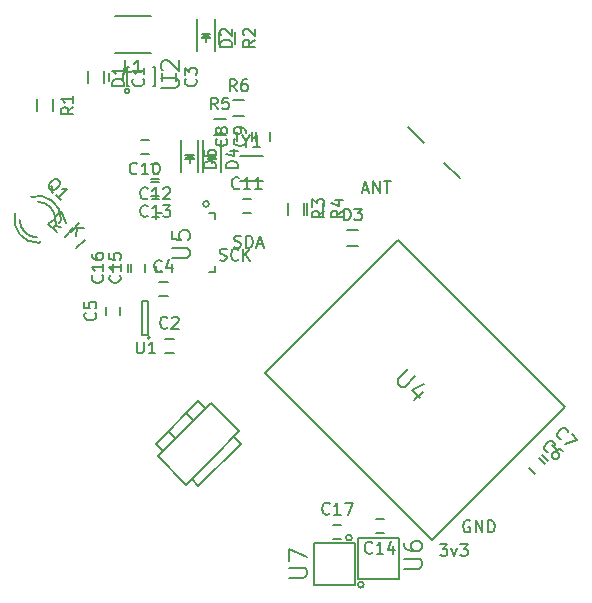
<source format=gto>
G04 #@! TF.FileFunction,Legend,Top*
%FSLAX46Y46*%
G04 Gerber Fmt 4.6, Leading zero omitted, Abs format (unit mm)*
G04 Created by KiCad (PCBNEW 4.0.1-3.201512150931+6195~38~ubuntu14.04.1-stable) date Sat 02 Jan 2016 04:25:21 GMT*
%MOMM*%
G01*
G04 APERTURE LIST*
%ADD10C,0.100000*%
%ADD11C,0.150000*%
G04 APERTURE END LIST*
D10*
D11*
X115650000Y-116600000D02*
G75*
G03X115650000Y-116600000I-100000J0D01*
G01*
X115000000Y-116350000D02*
X115500000Y-116350000D01*
X115000000Y-113450000D02*
X115000000Y-116350000D01*
X115500000Y-113450000D02*
X115000000Y-113450000D01*
X115500000Y-116350000D02*
X115500000Y-113450000D01*
X139514214Y-133727922D02*
X150827922Y-122414214D01*
X150827922Y-122414214D02*
X136685786Y-108272078D01*
X136685786Y-108272078D02*
X125372078Y-119585786D01*
X125372078Y-119585786D02*
X139514214Y-133727922D01*
X132750000Y-133500000D02*
G75*
G03X132750000Y-133500000I-250000J0D01*
G01*
X133000000Y-134000000D02*
X129500000Y-134000000D01*
X129500000Y-134000000D02*
X129500000Y-137500000D01*
X129500000Y-137500000D02*
X133000000Y-137500000D01*
X133000000Y-137500000D02*
X133000000Y-134000000D01*
X108119853Y-106711576D02*
X107978431Y-106852997D01*
X106285618Y-108545811D02*
X106412897Y-108418532D01*
X104222713Y-106043995D02*
G75*
G03X106281375Y-108550054I1931383J-512017D01*
G01*
X104609016Y-106613332D02*
G75*
G03X106095406Y-108101041I1545080J57320D01*
G01*
X108129714Y-106683640D02*
G75*
G03X105595481Y-104639753I-1982689J134699D01*
G01*
X107634169Y-106509792D02*
G75*
G03X106172480Y-105075331I-1480073J-46220D01*
G01*
X133750000Y-137500000D02*
G75*
G03X133750000Y-137500000I-250000J0D01*
G01*
X133250000Y-137000000D02*
X136750000Y-137000000D01*
X136750000Y-137000000D02*
X136750000Y-133500000D01*
X136750000Y-133500000D02*
X133250000Y-133500000D01*
X133250000Y-133500000D02*
X133250000Y-137000000D01*
X119750987Y-121958885D02*
X116158885Y-125550987D01*
X116742601Y-126134704D02*
X116158885Y-125550987D01*
X117191614Y-124518258D02*
X117775331Y-125101975D01*
X120334704Y-122542602D02*
X119750987Y-121958885D01*
X118718258Y-122991614D02*
X119301974Y-123575331D01*
X122759373Y-124967271D02*
X123343089Y-125550987D01*
X123343089Y-125550987D02*
X119750987Y-129143090D01*
X119750987Y-129143090D02*
X119167270Y-128559373D01*
X120963322Y-126763322D02*
X118718258Y-129008386D01*
X118718258Y-129008386D02*
X116293588Y-126583717D01*
X116293588Y-126583717D02*
X120783716Y-122093589D01*
X120783716Y-122093589D02*
X123208386Y-124518258D01*
X123208386Y-124518258D02*
X120963322Y-126763322D01*
X140545584Y-101751472D02*
X141889087Y-103094975D01*
X137505025Y-98710913D02*
X138848528Y-100054416D01*
X113400000Y-94150000D02*
X113400000Y-94850000D01*
X112200000Y-94850000D02*
X112200000Y-94150000D01*
X110425000Y-95000000D02*
X110425000Y-94000000D01*
X111775000Y-94000000D02*
X111775000Y-95000000D01*
X133300000Y-108775000D02*
X132300000Y-108775000D01*
X132300000Y-107425000D02*
X133300000Y-107425000D01*
X115700000Y-92500000D02*
X112700000Y-92500000D01*
X112700000Y-89300000D02*
X115700000Y-89300000D01*
X113900000Y-95700000D02*
G75*
G03X113900000Y-95700000I-200000J0D01*
G01*
X115900000Y-93700000D02*
X116100000Y-93700000D01*
X116100000Y-93700000D02*
X116100000Y-95300000D01*
X116100000Y-95300000D02*
X115900000Y-95300000D01*
X113700000Y-93700000D02*
X113900000Y-93700000D01*
X113700000Y-93700000D02*
X113700000Y-95300000D01*
X113700000Y-95300000D02*
X113900000Y-95300000D01*
X117850000Y-94150000D02*
X117850000Y-94850000D01*
X116650000Y-94850000D02*
X116650000Y-94150000D01*
X111950000Y-114650000D02*
X111950000Y-113950000D01*
X113150000Y-113950000D02*
X113150000Y-114650000D01*
X148576777Y-126778249D02*
X149071751Y-127273223D01*
X148223223Y-128121751D02*
X147728249Y-127626777D01*
X112550000Y-111000000D02*
X112550000Y-110300000D01*
X113750000Y-110300000D02*
X113750000Y-111000000D01*
X119650000Y-89600000D02*
X119650000Y-92300000D01*
X121150000Y-89600000D02*
X121150000Y-92300000D01*
X120250000Y-91100000D02*
X120500000Y-91100000D01*
X120500000Y-91100000D02*
X120350000Y-90950000D01*
X120750000Y-90850000D02*
X120050000Y-90850000D01*
X120400000Y-91200000D02*
X120400000Y-91550000D01*
X120400000Y-90850000D02*
X120750000Y-91200000D01*
X120750000Y-91200000D02*
X120050000Y-91200000D01*
X120050000Y-91200000D02*
X120400000Y-90850000D01*
X120150000Y-99850000D02*
X120150000Y-102550000D01*
X121650000Y-99850000D02*
X121650000Y-102550000D01*
X120750000Y-101350000D02*
X121000000Y-101350000D01*
X121000000Y-101350000D02*
X120850000Y-101200000D01*
X121250000Y-101100000D02*
X120550000Y-101100000D01*
X120900000Y-101450000D02*
X120900000Y-101800000D01*
X120900000Y-101100000D02*
X121250000Y-101450000D01*
X121250000Y-101450000D02*
X120550000Y-101450000D01*
X120550000Y-101450000D02*
X120900000Y-101100000D01*
X118250000Y-99850000D02*
X118250000Y-102550000D01*
X119750000Y-99850000D02*
X119750000Y-102550000D01*
X118850000Y-101350000D02*
X119100000Y-101350000D01*
X119100000Y-101350000D02*
X118950000Y-101200000D01*
X119350000Y-101100000D02*
X118650000Y-101100000D01*
X119000000Y-101450000D02*
X119000000Y-101800000D01*
X119000000Y-101100000D02*
X119350000Y-101450000D01*
X119350000Y-101450000D02*
X118650000Y-101450000D01*
X118650000Y-101450000D02*
X119000000Y-101100000D01*
X125250000Y-103325000D02*
X123250000Y-103325000D01*
X123250000Y-101175000D02*
X125250000Y-101175000D01*
X116950000Y-116650000D02*
X117650000Y-116650000D01*
X117650000Y-117850000D02*
X116950000Y-117850000D01*
X149676777Y-125678249D02*
X150171751Y-126173223D01*
X149323223Y-127021751D02*
X148828249Y-126526777D01*
X123050000Y-99900000D02*
X123050000Y-99200000D01*
X124250000Y-99200000D02*
X124250000Y-99900000D01*
X124600000Y-99900000D02*
X124600000Y-99200000D01*
X125800000Y-99200000D02*
X125800000Y-99900000D01*
X115550000Y-101000000D02*
X114850000Y-101000000D01*
X114850000Y-99800000D02*
X115550000Y-99800000D01*
X123500000Y-104850000D02*
X124200000Y-104850000D01*
X124200000Y-106050000D02*
X123500000Y-106050000D01*
X116450000Y-103100000D02*
X115750000Y-103100000D01*
X115750000Y-101900000D02*
X116450000Y-101900000D01*
X116450000Y-104600000D02*
X115750000Y-104600000D01*
X115750000Y-103400000D02*
X116450000Y-103400000D01*
X135450000Y-133100000D02*
X134750000Y-133100000D01*
X134750000Y-131900000D02*
X135450000Y-131900000D01*
X114050000Y-111000000D02*
X114050000Y-110300000D01*
X115250000Y-110300000D02*
X115250000Y-111000000D01*
X131150000Y-132400000D02*
X131850000Y-132400000D01*
X131850000Y-133600000D02*
X131150000Y-133600000D01*
X106125000Y-97400000D02*
X106125000Y-96400000D01*
X107475000Y-96400000D02*
X107475000Y-97400000D01*
X121525000Y-91700000D02*
X121525000Y-90700000D01*
X122875000Y-90700000D02*
X122875000Y-91700000D01*
X127375000Y-106150000D02*
X127375000Y-105150000D01*
X128725000Y-105150000D02*
X128725000Y-106150000D01*
X128975000Y-106150000D02*
X128975000Y-105150000D01*
X130325000Y-105150000D02*
X130325000Y-106150000D01*
X122050000Y-99375000D02*
X121050000Y-99375000D01*
X121050000Y-98025000D02*
X122050000Y-98025000D01*
X123650000Y-97825000D02*
X122650000Y-97825000D01*
X122650000Y-96475000D02*
X123650000Y-96475000D01*
X110130850Y-108273744D02*
X109423744Y-108980850D01*
X108469150Y-108026256D02*
X109176256Y-107319150D01*
X116450000Y-111850000D02*
X117150000Y-111850000D01*
X117150000Y-113050000D02*
X116450000Y-113050000D01*
X116650000Y-106000000D02*
X116150000Y-106000000D01*
X116150000Y-106000000D02*
X116150000Y-106500000D01*
X116650000Y-111000000D02*
X116150000Y-111000000D01*
X116150000Y-111000000D02*
X116150000Y-110500000D01*
X121150000Y-110500000D02*
X121150000Y-111000000D01*
X121150000Y-111000000D02*
X120650000Y-111000000D01*
X120650000Y-106000000D02*
X121150000Y-106000000D01*
X121150000Y-106000000D02*
X121150000Y-106500000D01*
X120650000Y-105250000D02*
G75*
G03X120650000Y-105250000I-250000J0D01*
G01*
X114538095Y-116902381D02*
X114538095Y-117711905D01*
X114585714Y-117807143D01*
X114633333Y-117854762D01*
X114728571Y-117902381D01*
X114919048Y-117902381D01*
X115014286Y-117854762D01*
X115061905Y-117807143D01*
X115109524Y-117711905D01*
X115109524Y-116902381D01*
X116109524Y-117902381D02*
X115538095Y-117902381D01*
X115823809Y-117902381D02*
X115823809Y-116902381D01*
X115728571Y-117045238D01*
X115633333Y-117140476D01*
X115538095Y-117188095D01*
X137519163Y-119257487D02*
X136660533Y-120116117D01*
X136610025Y-120267639D01*
X136610025Y-120368655D01*
X136660533Y-120520178D01*
X136862564Y-120722208D01*
X137014087Y-120772716D01*
X137115102Y-120772716D01*
X137266625Y-120722209D01*
X138125255Y-119863579D01*
X138731346Y-121176777D02*
X138024240Y-121883884D01*
X138882869Y-120520178D02*
X137872716Y-121025254D01*
X138529316Y-121681854D01*
X127428571Y-136892857D02*
X128642857Y-136892857D01*
X128785714Y-136821429D01*
X128857143Y-136750000D01*
X128928571Y-136607143D01*
X128928571Y-136321429D01*
X128857143Y-136178571D01*
X128785714Y-136107143D01*
X128642857Y-136035714D01*
X127428571Y-136035714D01*
X127428571Y-135464285D02*
X127428571Y-134464285D01*
X128928571Y-135107142D01*
X107408604Y-104305561D02*
X107374933Y-104204546D01*
X107374933Y-104069859D01*
X107374933Y-103867828D01*
X107341260Y-103766812D01*
X107273917Y-103699469D01*
X107139230Y-103901499D02*
X107105558Y-103800484D01*
X107105558Y-103665797D01*
X107206573Y-103497439D01*
X107442276Y-103261736D01*
X107610635Y-103160721D01*
X107745322Y-103160721D01*
X107846337Y-103194393D01*
X107981024Y-103329080D01*
X108014696Y-103430095D01*
X108014696Y-103564782D01*
X107913681Y-103733141D01*
X107677978Y-103968843D01*
X107509620Y-104069859D01*
X107374933Y-104069859D01*
X107273918Y-104036187D01*
X107139230Y-103901499D01*
X108115711Y-104877981D02*
X107711650Y-104473919D01*
X107913680Y-104675950D02*
X108620787Y-103968843D01*
X108452428Y-104002515D01*
X108317742Y-104002515D01*
X108216726Y-103968843D01*
X108970300Y-107599332D02*
X109677406Y-106892225D01*
X109374361Y-108003393D02*
X109475376Y-107296286D01*
X110081468Y-107296286D02*
X109273345Y-107296286D01*
X137178571Y-136142857D02*
X138392857Y-136142857D01*
X138535714Y-136071429D01*
X138607143Y-136000000D01*
X138678571Y-135857143D01*
X138678571Y-135571429D01*
X138607143Y-135428571D01*
X138535714Y-135357143D01*
X138392857Y-135285714D01*
X137178571Y-135285714D01*
X137178571Y-133928571D02*
X137178571Y-134214285D01*
X137250000Y-134357142D01*
X137321429Y-134428571D01*
X137535714Y-134571428D01*
X137821429Y-134642857D01*
X138392857Y-134642857D01*
X138535714Y-134571428D01*
X138607143Y-134500000D01*
X138678571Y-134357142D01*
X138678571Y-134071428D01*
X138607143Y-133928571D01*
X138535714Y-133857142D01*
X138392857Y-133785714D01*
X138035714Y-133785714D01*
X137892857Y-133857142D01*
X137821429Y-133928571D01*
X137750000Y-134071428D01*
X137750000Y-134357142D01*
X137821429Y-134500000D01*
X137892857Y-134571428D01*
X138035714Y-134642857D01*
X115057143Y-94666666D02*
X115104762Y-94714285D01*
X115152381Y-94857142D01*
X115152381Y-94952380D01*
X115104762Y-95095238D01*
X115009524Y-95190476D01*
X114914286Y-95238095D01*
X114723810Y-95285714D01*
X114580952Y-95285714D01*
X114390476Y-95238095D01*
X114295238Y-95190476D01*
X114200000Y-95095238D01*
X114152381Y-94952380D01*
X114152381Y-94857142D01*
X114200000Y-94714285D01*
X114247619Y-94666666D01*
X115152381Y-93714285D02*
X115152381Y-94285714D01*
X115152381Y-94000000D02*
X114152381Y-94000000D01*
X114295238Y-94095238D01*
X114390476Y-94190476D01*
X114438095Y-94285714D01*
X113452381Y-95238095D02*
X112452381Y-95238095D01*
X112452381Y-95000000D01*
X112500000Y-94857142D01*
X112595238Y-94761904D01*
X112690476Y-94714285D01*
X112880952Y-94666666D01*
X113023810Y-94666666D01*
X113214286Y-94714285D01*
X113309524Y-94761904D01*
X113404762Y-94857142D01*
X113452381Y-95000000D01*
X113452381Y-95238095D01*
X113452381Y-93714285D02*
X113452381Y-94285714D01*
X113452381Y-94000000D02*
X112452381Y-94000000D01*
X112595238Y-94095238D01*
X112690476Y-94190476D01*
X112738095Y-94285714D01*
X132061905Y-106652381D02*
X132061905Y-105652381D01*
X132300000Y-105652381D01*
X132442858Y-105700000D01*
X132538096Y-105795238D01*
X132585715Y-105890476D01*
X132633334Y-106080952D01*
X132633334Y-106223810D01*
X132585715Y-106414286D01*
X132538096Y-106509524D01*
X132442858Y-106604762D01*
X132300000Y-106652381D01*
X132061905Y-106652381D01*
X132966667Y-105652381D02*
X133585715Y-105652381D01*
X133252381Y-106033333D01*
X133395239Y-106033333D01*
X133490477Y-106080952D01*
X133538096Y-106128571D01*
X133585715Y-106223810D01*
X133585715Y-106461905D01*
X133538096Y-106557143D01*
X133490477Y-106604762D01*
X133395239Y-106652381D01*
X133109524Y-106652381D01*
X133014286Y-106604762D01*
X132966667Y-106557143D01*
X114033334Y-94102381D02*
X113557143Y-94102381D01*
X113557143Y-93102381D01*
X114890477Y-94102381D02*
X114319048Y-94102381D01*
X114604762Y-94102381D02*
X114604762Y-93102381D01*
X114509524Y-93245238D01*
X114414286Y-93340476D01*
X114319048Y-93388095D01*
X116578571Y-95442857D02*
X117792857Y-95442857D01*
X117935714Y-95371429D01*
X118007143Y-95300000D01*
X118078571Y-95157143D01*
X118078571Y-94871429D01*
X118007143Y-94728571D01*
X117935714Y-94657143D01*
X117792857Y-94585714D01*
X116578571Y-94585714D01*
X116721429Y-93942857D02*
X116650000Y-93871428D01*
X116578571Y-93728571D01*
X116578571Y-93371428D01*
X116650000Y-93228571D01*
X116721429Y-93157142D01*
X116864286Y-93085714D01*
X117007143Y-93085714D01*
X117221429Y-93157142D01*
X118078571Y-94014285D01*
X118078571Y-93085714D01*
X119507143Y-94666666D02*
X119554762Y-94714285D01*
X119602381Y-94857142D01*
X119602381Y-94952380D01*
X119554762Y-95095238D01*
X119459524Y-95190476D01*
X119364286Y-95238095D01*
X119173810Y-95285714D01*
X119030952Y-95285714D01*
X118840476Y-95238095D01*
X118745238Y-95190476D01*
X118650000Y-95095238D01*
X118602381Y-94952380D01*
X118602381Y-94857142D01*
X118650000Y-94714285D01*
X118697619Y-94666666D01*
X118602381Y-94333333D02*
X118602381Y-93714285D01*
X118983333Y-94047619D01*
X118983333Y-93904761D01*
X119030952Y-93809523D01*
X119078571Y-93761904D01*
X119173810Y-93714285D01*
X119411905Y-93714285D01*
X119507143Y-93761904D01*
X119554762Y-93809523D01*
X119602381Y-93904761D01*
X119602381Y-94190476D01*
X119554762Y-94285714D01*
X119507143Y-94333333D01*
X111007143Y-114466666D02*
X111054762Y-114514285D01*
X111102381Y-114657142D01*
X111102381Y-114752380D01*
X111054762Y-114895238D01*
X110959524Y-114990476D01*
X110864286Y-115038095D01*
X110673810Y-115085714D01*
X110530952Y-115085714D01*
X110340476Y-115038095D01*
X110245238Y-114990476D01*
X110150000Y-114895238D01*
X110102381Y-114752380D01*
X110102381Y-114657142D01*
X110150000Y-114514285D01*
X110197619Y-114466666D01*
X110102381Y-113561904D02*
X110102381Y-114038095D01*
X110578571Y-114085714D01*
X110530952Y-114038095D01*
X110483333Y-113942857D01*
X110483333Y-113704761D01*
X110530952Y-113609523D01*
X110578571Y-113561904D01*
X110673810Y-113514285D01*
X110911905Y-113514285D01*
X111007143Y-113561904D01*
X111054762Y-113609523D01*
X111102381Y-113704761D01*
X111102381Y-113942857D01*
X111054762Y-114038095D01*
X111007143Y-114085714D01*
X149373114Y-126241185D02*
X149305771Y-126241185D01*
X149171084Y-126173841D01*
X149103740Y-126106498D01*
X149036396Y-125971810D01*
X149036396Y-125837123D01*
X149070068Y-125736108D01*
X149171083Y-125567750D01*
X149272099Y-125466734D01*
X149440458Y-125365719D01*
X149541473Y-125332047D01*
X149676160Y-125332047D01*
X149810847Y-125399391D01*
X149878191Y-125466734D01*
X149945534Y-125601421D01*
X149945534Y-125668765D01*
X150618969Y-126207513D02*
X150484281Y-126072825D01*
X150383266Y-126039154D01*
X150315923Y-126039154D01*
X150147564Y-126072825D01*
X149979206Y-126173840D01*
X149709831Y-126443215D01*
X149676160Y-126544230D01*
X149676160Y-126611573D01*
X149709831Y-126712589D01*
X149844519Y-126847276D01*
X149945534Y-126880948D01*
X150012877Y-126880948D01*
X150113893Y-126847276D01*
X150282251Y-126678918D01*
X150315924Y-126577902D01*
X150315924Y-126510558D01*
X150282252Y-126409543D01*
X150147564Y-126274856D01*
X150046549Y-126241184D01*
X149979206Y-126241184D01*
X149878190Y-126274856D01*
X111607143Y-111292857D02*
X111654762Y-111340476D01*
X111702381Y-111483333D01*
X111702381Y-111578571D01*
X111654762Y-111721429D01*
X111559524Y-111816667D01*
X111464286Y-111864286D01*
X111273810Y-111911905D01*
X111130952Y-111911905D01*
X110940476Y-111864286D01*
X110845238Y-111816667D01*
X110750000Y-111721429D01*
X110702381Y-111578571D01*
X110702381Y-111483333D01*
X110750000Y-111340476D01*
X110797619Y-111292857D01*
X111702381Y-110340476D02*
X111702381Y-110911905D01*
X111702381Y-110626191D02*
X110702381Y-110626191D01*
X110845238Y-110721429D01*
X110940476Y-110816667D01*
X110988095Y-110911905D01*
X110702381Y-109483333D02*
X110702381Y-109673810D01*
X110750000Y-109769048D01*
X110797619Y-109816667D01*
X110940476Y-109911905D01*
X111130952Y-109959524D01*
X111511905Y-109959524D01*
X111607143Y-109911905D01*
X111654762Y-109864286D01*
X111702381Y-109769048D01*
X111702381Y-109578571D01*
X111654762Y-109483333D01*
X111607143Y-109435714D01*
X111511905Y-109388095D01*
X111273810Y-109388095D01*
X111178571Y-109435714D01*
X111130952Y-109483333D01*
X111083333Y-109578571D01*
X111083333Y-109769048D01*
X111130952Y-109864286D01*
X111178571Y-109911905D01*
X111273810Y-109959524D01*
X122602381Y-91938095D02*
X121602381Y-91938095D01*
X121602381Y-91700000D01*
X121650000Y-91557142D01*
X121745238Y-91461904D01*
X121840476Y-91414285D01*
X122030952Y-91366666D01*
X122173810Y-91366666D01*
X122364286Y-91414285D01*
X122459524Y-91461904D01*
X122554762Y-91557142D01*
X122602381Y-91700000D01*
X122602381Y-91938095D01*
X121697619Y-90985714D02*
X121650000Y-90938095D01*
X121602381Y-90842857D01*
X121602381Y-90604761D01*
X121650000Y-90509523D01*
X121697619Y-90461904D01*
X121792857Y-90414285D01*
X121888095Y-90414285D01*
X122030952Y-90461904D01*
X122602381Y-91033333D01*
X122602381Y-90414285D01*
X123102381Y-102188095D02*
X122102381Y-102188095D01*
X122102381Y-101950000D01*
X122150000Y-101807142D01*
X122245238Y-101711904D01*
X122340476Y-101664285D01*
X122530952Y-101616666D01*
X122673810Y-101616666D01*
X122864286Y-101664285D01*
X122959524Y-101711904D01*
X123054762Y-101807142D01*
X123102381Y-101950000D01*
X123102381Y-102188095D01*
X122435714Y-100759523D02*
X123102381Y-100759523D01*
X122054762Y-100997619D02*
X122769048Y-101235714D01*
X122769048Y-100616666D01*
X121202381Y-102188095D02*
X120202381Y-102188095D01*
X120202381Y-101950000D01*
X120250000Y-101807142D01*
X120345238Y-101711904D01*
X120440476Y-101664285D01*
X120630952Y-101616666D01*
X120773810Y-101616666D01*
X120964286Y-101664285D01*
X121059524Y-101711904D01*
X121154762Y-101807142D01*
X121202381Y-101950000D01*
X121202381Y-102188095D01*
X120202381Y-100711904D02*
X120202381Y-101188095D01*
X120678571Y-101235714D01*
X120630952Y-101188095D01*
X120583333Y-101092857D01*
X120583333Y-100854761D01*
X120630952Y-100759523D01*
X120678571Y-100711904D01*
X120773810Y-100664285D01*
X121011905Y-100664285D01*
X121107143Y-100711904D01*
X121154762Y-100759523D01*
X121202381Y-100854761D01*
X121202381Y-101092857D01*
X121154762Y-101188095D01*
X121107143Y-101235714D01*
X123773809Y-99926190D02*
X123773809Y-100402381D01*
X123440476Y-99402381D02*
X123773809Y-99926190D01*
X124107143Y-99402381D01*
X124964286Y-100402381D02*
X124392857Y-100402381D01*
X124678571Y-100402381D02*
X124678571Y-99402381D01*
X124583333Y-99545238D01*
X124488095Y-99640476D01*
X124392857Y-99688095D01*
X133657143Y-104066667D02*
X134133334Y-104066667D01*
X133561905Y-104352381D02*
X133895238Y-103352381D01*
X134228572Y-104352381D01*
X134561905Y-104352381D02*
X134561905Y-103352381D01*
X135133334Y-104352381D01*
X135133334Y-103352381D01*
X135466667Y-103352381D02*
X136038096Y-103352381D01*
X135752381Y-104352381D02*
X135752381Y-103352381D01*
X140209524Y-134052381D02*
X140828572Y-134052381D01*
X140495238Y-134433333D01*
X140638096Y-134433333D01*
X140733334Y-134480952D01*
X140780953Y-134528571D01*
X140828572Y-134623810D01*
X140828572Y-134861905D01*
X140780953Y-134957143D01*
X140733334Y-135004762D01*
X140638096Y-135052381D01*
X140352381Y-135052381D01*
X140257143Y-135004762D01*
X140209524Y-134957143D01*
X141161905Y-134385714D02*
X141400000Y-135052381D01*
X141638096Y-134385714D01*
X141923810Y-134052381D02*
X142542858Y-134052381D01*
X142209524Y-134433333D01*
X142352382Y-134433333D01*
X142447620Y-134480952D01*
X142495239Y-134528571D01*
X142542858Y-134623810D01*
X142542858Y-134861905D01*
X142495239Y-134957143D01*
X142447620Y-135004762D01*
X142352382Y-135052381D01*
X142066667Y-135052381D01*
X141971429Y-135004762D01*
X141923810Y-134957143D01*
X142738096Y-132100000D02*
X142642858Y-132052381D01*
X142500001Y-132052381D01*
X142357143Y-132100000D01*
X142261905Y-132195238D01*
X142214286Y-132290476D01*
X142166667Y-132480952D01*
X142166667Y-132623810D01*
X142214286Y-132814286D01*
X142261905Y-132909524D01*
X142357143Y-133004762D01*
X142500001Y-133052381D01*
X142595239Y-133052381D01*
X142738096Y-133004762D01*
X142785715Y-132957143D01*
X142785715Y-132623810D01*
X142595239Y-132623810D01*
X143214286Y-133052381D02*
X143214286Y-132052381D01*
X143785715Y-133052381D01*
X143785715Y-132052381D01*
X144261905Y-133052381D02*
X144261905Y-132052381D01*
X144500000Y-132052381D01*
X144642858Y-132100000D01*
X144738096Y-132195238D01*
X144785715Y-132290476D01*
X144833334Y-132480952D01*
X144833334Y-132623810D01*
X144785715Y-132814286D01*
X144738096Y-132909524D01*
X144642858Y-133004762D01*
X144500000Y-133052381D01*
X144261905Y-133052381D01*
X121564286Y-110004762D02*
X121707143Y-110052381D01*
X121945239Y-110052381D01*
X122040477Y-110004762D01*
X122088096Y-109957143D01*
X122135715Y-109861905D01*
X122135715Y-109766667D01*
X122088096Y-109671429D01*
X122040477Y-109623810D01*
X121945239Y-109576190D01*
X121754762Y-109528571D01*
X121659524Y-109480952D01*
X121611905Y-109433333D01*
X121564286Y-109338095D01*
X121564286Y-109242857D01*
X121611905Y-109147619D01*
X121659524Y-109100000D01*
X121754762Y-109052381D01*
X121992858Y-109052381D01*
X122135715Y-109100000D01*
X123135715Y-109957143D02*
X123088096Y-110004762D01*
X122945239Y-110052381D01*
X122850001Y-110052381D01*
X122707143Y-110004762D01*
X122611905Y-109909524D01*
X122564286Y-109814286D01*
X122516667Y-109623810D01*
X122516667Y-109480952D01*
X122564286Y-109290476D01*
X122611905Y-109195238D01*
X122707143Y-109100000D01*
X122850001Y-109052381D01*
X122945239Y-109052381D01*
X123088096Y-109100000D01*
X123135715Y-109147619D01*
X123564286Y-110052381D02*
X123564286Y-109052381D01*
X124135715Y-110052381D02*
X123707143Y-109480952D01*
X124135715Y-109052381D02*
X123564286Y-109623810D01*
X122785714Y-108904762D02*
X122928571Y-108952381D01*
X123166667Y-108952381D01*
X123261905Y-108904762D01*
X123309524Y-108857143D01*
X123357143Y-108761905D01*
X123357143Y-108666667D01*
X123309524Y-108571429D01*
X123261905Y-108523810D01*
X123166667Y-108476190D01*
X122976190Y-108428571D01*
X122880952Y-108380952D01*
X122833333Y-108333333D01*
X122785714Y-108238095D01*
X122785714Y-108142857D01*
X122833333Y-108047619D01*
X122880952Y-108000000D01*
X122976190Y-107952381D01*
X123214286Y-107952381D01*
X123357143Y-108000000D01*
X123785714Y-108952381D02*
X123785714Y-107952381D01*
X124023809Y-107952381D01*
X124166667Y-108000000D01*
X124261905Y-108095238D01*
X124309524Y-108190476D01*
X124357143Y-108380952D01*
X124357143Y-108523810D01*
X124309524Y-108714286D01*
X124261905Y-108809524D01*
X124166667Y-108904762D01*
X124023809Y-108952381D01*
X123785714Y-108952381D01*
X124738095Y-108666667D02*
X125214286Y-108666667D01*
X124642857Y-108952381D02*
X124976190Y-107952381D01*
X125309524Y-108952381D01*
X117133334Y-115707143D02*
X117085715Y-115754762D01*
X116942858Y-115802381D01*
X116847620Y-115802381D01*
X116704762Y-115754762D01*
X116609524Y-115659524D01*
X116561905Y-115564286D01*
X116514286Y-115373810D01*
X116514286Y-115230952D01*
X116561905Y-115040476D01*
X116609524Y-114945238D01*
X116704762Y-114850000D01*
X116847620Y-114802381D01*
X116942858Y-114802381D01*
X117085715Y-114850000D01*
X117133334Y-114897619D01*
X117514286Y-114897619D02*
X117561905Y-114850000D01*
X117657143Y-114802381D01*
X117895239Y-114802381D01*
X117990477Y-114850000D01*
X118038096Y-114897619D01*
X118085715Y-114992857D01*
X118085715Y-115088095D01*
X118038096Y-115230952D01*
X117466667Y-115802381D01*
X118085715Y-115802381D01*
X150473114Y-125141185D02*
X150405771Y-125141185D01*
X150271084Y-125073841D01*
X150203740Y-125006498D01*
X150136396Y-124871810D01*
X150136396Y-124737123D01*
X150170068Y-124636108D01*
X150271083Y-124467750D01*
X150372099Y-124366734D01*
X150540458Y-124265719D01*
X150641473Y-124232047D01*
X150776160Y-124232047D01*
X150910847Y-124299391D01*
X150978191Y-124366734D01*
X151045534Y-124501421D01*
X151045534Y-124568765D01*
X151348579Y-124737123D02*
X151819984Y-125208528D01*
X150809831Y-125612589D01*
X122107143Y-99716666D02*
X122154762Y-99764285D01*
X122202381Y-99907142D01*
X122202381Y-100002380D01*
X122154762Y-100145238D01*
X122059524Y-100240476D01*
X121964286Y-100288095D01*
X121773810Y-100335714D01*
X121630952Y-100335714D01*
X121440476Y-100288095D01*
X121345238Y-100240476D01*
X121250000Y-100145238D01*
X121202381Y-100002380D01*
X121202381Y-99907142D01*
X121250000Y-99764285D01*
X121297619Y-99716666D01*
X121630952Y-99145238D02*
X121583333Y-99240476D01*
X121535714Y-99288095D01*
X121440476Y-99335714D01*
X121392857Y-99335714D01*
X121297619Y-99288095D01*
X121250000Y-99240476D01*
X121202381Y-99145238D01*
X121202381Y-98954761D01*
X121250000Y-98859523D01*
X121297619Y-98811904D01*
X121392857Y-98764285D01*
X121440476Y-98764285D01*
X121535714Y-98811904D01*
X121583333Y-98859523D01*
X121630952Y-98954761D01*
X121630952Y-99145238D01*
X121678571Y-99240476D01*
X121726190Y-99288095D01*
X121821429Y-99335714D01*
X122011905Y-99335714D01*
X122107143Y-99288095D01*
X122154762Y-99240476D01*
X122202381Y-99145238D01*
X122202381Y-98954761D01*
X122154762Y-98859523D01*
X122107143Y-98811904D01*
X122011905Y-98764285D01*
X121821429Y-98764285D01*
X121726190Y-98811904D01*
X121678571Y-98859523D01*
X121630952Y-98954761D01*
X123657143Y-99716666D02*
X123704762Y-99764285D01*
X123752381Y-99907142D01*
X123752381Y-100002380D01*
X123704762Y-100145238D01*
X123609524Y-100240476D01*
X123514286Y-100288095D01*
X123323810Y-100335714D01*
X123180952Y-100335714D01*
X122990476Y-100288095D01*
X122895238Y-100240476D01*
X122800000Y-100145238D01*
X122752381Y-100002380D01*
X122752381Y-99907142D01*
X122800000Y-99764285D01*
X122847619Y-99716666D01*
X123752381Y-99240476D02*
X123752381Y-99050000D01*
X123704762Y-98954761D01*
X123657143Y-98907142D01*
X123514286Y-98811904D01*
X123323810Y-98764285D01*
X122942857Y-98764285D01*
X122847619Y-98811904D01*
X122800000Y-98859523D01*
X122752381Y-98954761D01*
X122752381Y-99145238D01*
X122800000Y-99240476D01*
X122847619Y-99288095D01*
X122942857Y-99335714D01*
X123180952Y-99335714D01*
X123276190Y-99288095D01*
X123323810Y-99240476D01*
X123371429Y-99145238D01*
X123371429Y-98954761D01*
X123323810Y-98859523D01*
X123276190Y-98811904D01*
X123180952Y-98764285D01*
X114557143Y-102657143D02*
X114509524Y-102704762D01*
X114366667Y-102752381D01*
X114271429Y-102752381D01*
X114128571Y-102704762D01*
X114033333Y-102609524D01*
X113985714Y-102514286D01*
X113938095Y-102323810D01*
X113938095Y-102180952D01*
X113985714Y-101990476D01*
X114033333Y-101895238D01*
X114128571Y-101800000D01*
X114271429Y-101752381D01*
X114366667Y-101752381D01*
X114509524Y-101800000D01*
X114557143Y-101847619D01*
X115509524Y-102752381D02*
X114938095Y-102752381D01*
X115223809Y-102752381D02*
X115223809Y-101752381D01*
X115128571Y-101895238D01*
X115033333Y-101990476D01*
X114938095Y-102038095D01*
X116128571Y-101752381D02*
X116223810Y-101752381D01*
X116319048Y-101800000D01*
X116366667Y-101847619D01*
X116414286Y-101942857D01*
X116461905Y-102133333D01*
X116461905Y-102371429D01*
X116414286Y-102561905D01*
X116366667Y-102657143D01*
X116319048Y-102704762D01*
X116223810Y-102752381D01*
X116128571Y-102752381D01*
X116033333Y-102704762D01*
X115985714Y-102657143D01*
X115938095Y-102561905D01*
X115890476Y-102371429D01*
X115890476Y-102133333D01*
X115938095Y-101942857D01*
X115985714Y-101847619D01*
X116033333Y-101800000D01*
X116128571Y-101752381D01*
X123207143Y-103907143D02*
X123159524Y-103954762D01*
X123016667Y-104002381D01*
X122921429Y-104002381D01*
X122778571Y-103954762D01*
X122683333Y-103859524D01*
X122635714Y-103764286D01*
X122588095Y-103573810D01*
X122588095Y-103430952D01*
X122635714Y-103240476D01*
X122683333Y-103145238D01*
X122778571Y-103050000D01*
X122921429Y-103002381D01*
X123016667Y-103002381D01*
X123159524Y-103050000D01*
X123207143Y-103097619D01*
X124159524Y-104002381D02*
X123588095Y-104002381D01*
X123873809Y-104002381D02*
X123873809Y-103002381D01*
X123778571Y-103145238D01*
X123683333Y-103240476D01*
X123588095Y-103288095D01*
X125111905Y-104002381D02*
X124540476Y-104002381D01*
X124826190Y-104002381D02*
X124826190Y-103002381D01*
X124730952Y-103145238D01*
X124635714Y-103240476D01*
X124540476Y-103288095D01*
X115457143Y-104757143D02*
X115409524Y-104804762D01*
X115266667Y-104852381D01*
X115171429Y-104852381D01*
X115028571Y-104804762D01*
X114933333Y-104709524D01*
X114885714Y-104614286D01*
X114838095Y-104423810D01*
X114838095Y-104280952D01*
X114885714Y-104090476D01*
X114933333Y-103995238D01*
X115028571Y-103900000D01*
X115171429Y-103852381D01*
X115266667Y-103852381D01*
X115409524Y-103900000D01*
X115457143Y-103947619D01*
X116409524Y-104852381D02*
X115838095Y-104852381D01*
X116123809Y-104852381D02*
X116123809Y-103852381D01*
X116028571Y-103995238D01*
X115933333Y-104090476D01*
X115838095Y-104138095D01*
X116790476Y-103947619D02*
X116838095Y-103900000D01*
X116933333Y-103852381D01*
X117171429Y-103852381D01*
X117266667Y-103900000D01*
X117314286Y-103947619D01*
X117361905Y-104042857D01*
X117361905Y-104138095D01*
X117314286Y-104280952D01*
X116742857Y-104852381D01*
X117361905Y-104852381D01*
X115457143Y-106257143D02*
X115409524Y-106304762D01*
X115266667Y-106352381D01*
X115171429Y-106352381D01*
X115028571Y-106304762D01*
X114933333Y-106209524D01*
X114885714Y-106114286D01*
X114838095Y-105923810D01*
X114838095Y-105780952D01*
X114885714Y-105590476D01*
X114933333Y-105495238D01*
X115028571Y-105400000D01*
X115171429Y-105352381D01*
X115266667Y-105352381D01*
X115409524Y-105400000D01*
X115457143Y-105447619D01*
X116409524Y-106352381D02*
X115838095Y-106352381D01*
X116123809Y-106352381D02*
X116123809Y-105352381D01*
X116028571Y-105495238D01*
X115933333Y-105590476D01*
X115838095Y-105638095D01*
X116742857Y-105352381D02*
X117361905Y-105352381D01*
X117028571Y-105733333D01*
X117171429Y-105733333D01*
X117266667Y-105780952D01*
X117314286Y-105828571D01*
X117361905Y-105923810D01*
X117361905Y-106161905D01*
X117314286Y-106257143D01*
X117266667Y-106304762D01*
X117171429Y-106352381D01*
X116885714Y-106352381D01*
X116790476Y-106304762D01*
X116742857Y-106257143D01*
X134457143Y-134757143D02*
X134409524Y-134804762D01*
X134266667Y-134852381D01*
X134171429Y-134852381D01*
X134028571Y-134804762D01*
X133933333Y-134709524D01*
X133885714Y-134614286D01*
X133838095Y-134423810D01*
X133838095Y-134280952D01*
X133885714Y-134090476D01*
X133933333Y-133995238D01*
X134028571Y-133900000D01*
X134171429Y-133852381D01*
X134266667Y-133852381D01*
X134409524Y-133900000D01*
X134457143Y-133947619D01*
X135409524Y-134852381D02*
X134838095Y-134852381D01*
X135123809Y-134852381D02*
X135123809Y-133852381D01*
X135028571Y-133995238D01*
X134933333Y-134090476D01*
X134838095Y-134138095D01*
X136266667Y-134185714D02*
X136266667Y-134852381D01*
X136028571Y-133804762D02*
X135790476Y-134519048D01*
X136409524Y-134519048D01*
X113107143Y-111292857D02*
X113154762Y-111340476D01*
X113202381Y-111483333D01*
X113202381Y-111578571D01*
X113154762Y-111721429D01*
X113059524Y-111816667D01*
X112964286Y-111864286D01*
X112773810Y-111911905D01*
X112630952Y-111911905D01*
X112440476Y-111864286D01*
X112345238Y-111816667D01*
X112250000Y-111721429D01*
X112202381Y-111578571D01*
X112202381Y-111483333D01*
X112250000Y-111340476D01*
X112297619Y-111292857D01*
X113202381Y-110340476D02*
X113202381Y-110911905D01*
X113202381Y-110626191D02*
X112202381Y-110626191D01*
X112345238Y-110721429D01*
X112440476Y-110816667D01*
X112488095Y-110911905D01*
X112202381Y-109435714D02*
X112202381Y-109911905D01*
X112678571Y-109959524D01*
X112630952Y-109911905D01*
X112583333Y-109816667D01*
X112583333Y-109578571D01*
X112630952Y-109483333D01*
X112678571Y-109435714D01*
X112773810Y-109388095D01*
X113011905Y-109388095D01*
X113107143Y-109435714D01*
X113154762Y-109483333D01*
X113202381Y-109578571D01*
X113202381Y-109816667D01*
X113154762Y-109911905D01*
X113107143Y-109959524D01*
X130857143Y-131457143D02*
X130809524Y-131504762D01*
X130666667Y-131552381D01*
X130571429Y-131552381D01*
X130428571Y-131504762D01*
X130333333Y-131409524D01*
X130285714Y-131314286D01*
X130238095Y-131123810D01*
X130238095Y-130980952D01*
X130285714Y-130790476D01*
X130333333Y-130695238D01*
X130428571Y-130600000D01*
X130571429Y-130552381D01*
X130666667Y-130552381D01*
X130809524Y-130600000D01*
X130857143Y-130647619D01*
X131809524Y-131552381D02*
X131238095Y-131552381D01*
X131523809Y-131552381D02*
X131523809Y-130552381D01*
X131428571Y-130695238D01*
X131333333Y-130790476D01*
X131238095Y-130838095D01*
X132142857Y-130552381D02*
X132809524Y-130552381D01*
X132380952Y-131552381D01*
X109152381Y-97066666D02*
X108676190Y-97400000D01*
X109152381Y-97638095D02*
X108152381Y-97638095D01*
X108152381Y-97257142D01*
X108200000Y-97161904D01*
X108247619Y-97114285D01*
X108342857Y-97066666D01*
X108485714Y-97066666D01*
X108580952Y-97114285D01*
X108628571Y-97161904D01*
X108676190Y-97257142D01*
X108676190Y-97638095D01*
X109152381Y-96114285D02*
X109152381Y-96685714D01*
X109152381Y-96400000D02*
X108152381Y-96400000D01*
X108295238Y-96495238D01*
X108390476Y-96590476D01*
X108438095Y-96685714D01*
X124552381Y-91366666D02*
X124076190Y-91700000D01*
X124552381Y-91938095D02*
X123552381Y-91938095D01*
X123552381Y-91557142D01*
X123600000Y-91461904D01*
X123647619Y-91414285D01*
X123742857Y-91366666D01*
X123885714Y-91366666D01*
X123980952Y-91414285D01*
X124028571Y-91461904D01*
X124076190Y-91557142D01*
X124076190Y-91938095D01*
X123647619Y-90985714D02*
X123600000Y-90938095D01*
X123552381Y-90842857D01*
X123552381Y-90604761D01*
X123600000Y-90509523D01*
X123647619Y-90461904D01*
X123742857Y-90414285D01*
X123838095Y-90414285D01*
X123980952Y-90461904D01*
X124552381Y-91033333D01*
X124552381Y-90414285D01*
X130402381Y-105816666D02*
X129926190Y-106150000D01*
X130402381Y-106388095D02*
X129402381Y-106388095D01*
X129402381Y-106007142D01*
X129450000Y-105911904D01*
X129497619Y-105864285D01*
X129592857Y-105816666D01*
X129735714Y-105816666D01*
X129830952Y-105864285D01*
X129878571Y-105911904D01*
X129926190Y-106007142D01*
X129926190Y-106388095D01*
X129402381Y-105483333D02*
X129402381Y-104864285D01*
X129783333Y-105197619D01*
X129783333Y-105054761D01*
X129830952Y-104959523D01*
X129878571Y-104911904D01*
X129973810Y-104864285D01*
X130211905Y-104864285D01*
X130307143Y-104911904D01*
X130354762Y-104959523D01*
X130402381Y-105054761D01*
X130402381Y-105340476D01*
X130354762Y-105435714D01*
X130307143Y-105483333D01*
X132002381Y-105816666D02*
X131526190Y-106150000D01*
X132002381Y-106388095D02*
X131002381Y-106388095D01*
X131002381Y-106007142D01*
X131050000Y-105911904D01*
X131097619Y-105864285D01*
X131192857Y-105816666D01*
X131335714Y-105816666D01*
X131430952Y-105864285D01*
X131478571Y-105911904D01*
X131526190Y-106007142D01*
X131526190Y-106388095D01*
X131335714Y-104959523D02*
X132002381Y-104959523D01*
X130954762Y-105197619D02*
X131669048Y-105435714D01*
X131669048Y-104816666D01*
X121383334Y-97252381D02*
X121050000Y-96776190D01*
X120811905Y-97252381D02*
X120811905Y-96252381D01*
X121192858Y-96252381D01*
X121288096Y-96300000D01*
X121335715Y-96347619D01*
X121383334Y-96442857D01*
X121383334Y-96585714D01*
X121335715Y-96680952D01*
X121288096Y-96728571D01*
X121192858Y-96776190D01*
X120811905Y-96776190D01*
X122288096Y-96252381D02*
X121811905Y-96252381D01*
X121764286Y-96728571D01*
X121811905Y-96680952D01*
X121907143Y-96633333D01*
X122145239Y-96633333D01*
X122240477Y-96680952D01*
X122288096Y-96728571D01*
X122335715Y-96823810D01*
X122335715Y-97061905D01*
X122288096Y-97157143D01*
X122240477Y-97204762D01*
X122145239Y-97252381D01*
X121907143Y-97252381D01*
X121811905Y-97204762D01*
X121764286Y-97157143D01*
X122983334Y-95702381D02*
X122650000Y-95226190D01*
X122411905Y-95702381D02*
X122411905Y-94702381D01*
X122792858Y-94702381D01*
X122888096Y-94750000D01*
X122935715Y-94797619D01*
X122983334Y-94892857D01*
X122983334Y-95035714D01*
X122935715Y-95130952D01*
X122888096Y-95178571D01*
X122792858Y-95226190D01*
X122411905Y-95226190D01*
X123840477Y-94702381D02*
X123650000Y-94702381D01*
X123554762Y-94750000D01*
X123507143Y-94797619D01*
X123411905Y-94940476D01*
X123364286Y-95130952D01*
X123364286Y-95511905D01*
X123411905Y-95607143D01*
X123459524Y-95654762D01*
X123554762Y-95702381D01*
X123745239Y-95702381D01*
X123840477Y-95654762D01*
X123888096Y-95607143D01*
X123935715Y-95511905D01*
X123935715Y-95273810D01*
X123888096Y-95178571D01*
X123840477Y-95130952D01*
X123745239Y-95083333D01*
X123554762Y-95083333D01*
X123459524Y-95130952D01*
X123411905Y-95178571D01*
X123364286Y-95273810D01*
X108158528Y-107244229D02*
X107586107Y-107143214D01*
X107754467Y-107648291D02*
X107047360Y-106941184D01*
X107316734Y-106671809D01*
X107417750Y-106638138D01*
X107485093Y-106638138D01*
X107586108Y-106671809D01*
X107687123Y-106772825D01*
X107720795Y-106873840D01*
X107720795Y-106941183D01*
X107687123Y-107042198D01*
X107417749Y-107311573D01*
X107687123Y-106301421D02*
X108158528Y-105830016D01*
X108562589Y-106840169D01*
X116633334Y-110907143D02*
X116585715Y-110954762D01*
X116442858Y-111002381D01*
X116347620Y-111002381D01*
X116204762Y-110954762D01*
X116109524Y-110859524D01*
X116061905Y-110764286D01*
X116014286Y-110573810D01*
X116014286Y-110430952D01*
X116061905Y-110240476D01*
X116109524Y-110145238D01*
X116204762Y-110050000D01*
X116347620Y-110002381D01*
X116442858Y-110002381D01*
X116585715Y-110050000D01*
X116633334Y-110097619D01*
X117490477Y-110335714D02*
X117490477Y-111002381D01*
X117252381Y-109954762D02*
X117014286Y-110669048D01*
X117633334Y-110669048D01*
X117553571Y-109832144D02*
X118767857Y-109832144D01*
X118910714Y-109760716D01*
X118982143Y-109689287D01*
X119053571Y-109546430D01*
X119053571Y-109260716D01*
X118982143Y-109117858D01*
X118910714Y-109046430D01*
X118767857Y-108975001D01*
X117553571Y-108975001D01*
X117553571Y-107546429D02*
X117553571Y-108260715D01*
X118267857Y-108332144D01*
X118196429Y-108260715D01*
X118125000Y-108117858D01*
X118125000Y-107760715D01*
X118196429Y-107617858D01*
X118267857Y-107546429D01*
X118410714Y-107475001D01*
X118767857Y-107475001D01*
X118910714Y-107546429D01*
X118982143Y-107617858D01*
X119053571Y-107760715D01*
X119053571Y-108117858D01*
X118982143Y-108260715D01*
X118910714Y-108332144D01*
M02*

</source>
